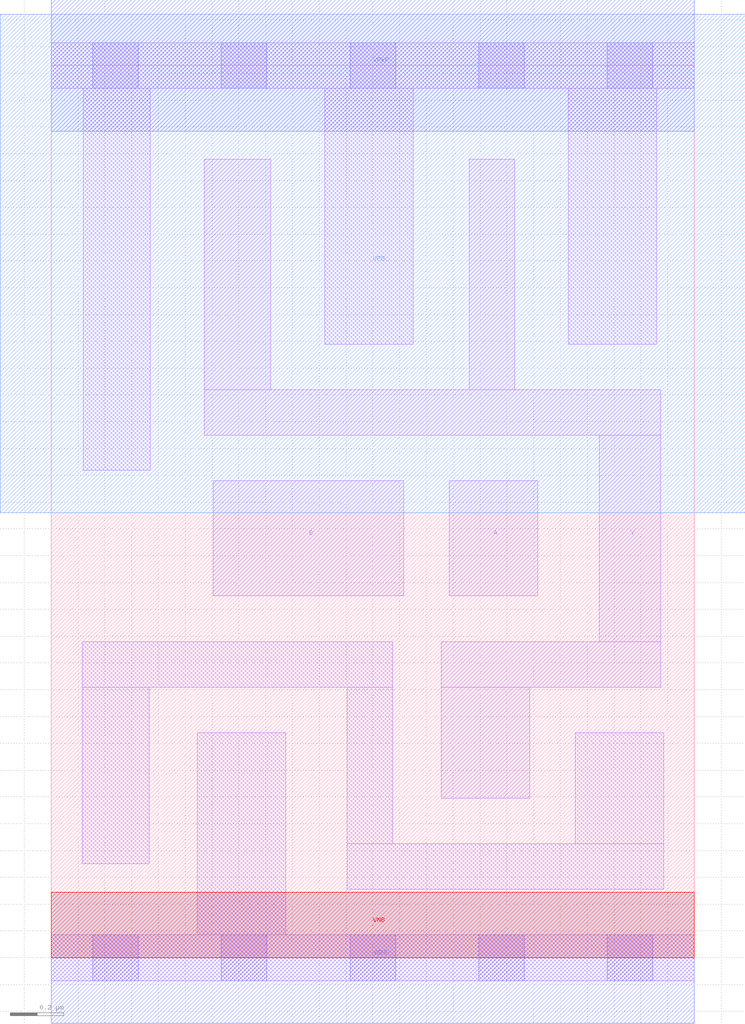
<source format=lef>
# Copyright 2020 The SkyWater PDK Authors
#
# Licensed under the Apache License, Version 2.0 (the "License");
# you may not use this file except in compliance with the License.
# You may obtain a copy of the License at
#
#     https://www.apache.org/licenses/LICENSE-2.0
#
# Unless required by applicable law or agreed to in writing, software
# distributed under the License is distributed on an "AS IS" BASIS,
# WITHOUT WARRANTIES OR CONDITIONS OF ANY KIND, either express or implied.
# See the License for the specific language governing permissions and
# limitations under the License.
#
# SPDX-License-Identifier: Apache-2.0

VERSION 5.7 ;
  NOWIREEXTENSIONATPIN ON ;
  DIVIDERCHAR "/" ;
  BUSBITCHARS "[]" ;
MACRO sky130_fd_sc_ls__nand2_2
  CLASS CORE ;
  FOREIGN sky130_fd_sc_ls__nand2_2 ;
  ORIGIN  0.000000  0.000000 ;
  SIZE  2.400000 BY  3.330000 ;
  SYMMETRY X Y ;
  SITE unit ;
  PIN A
    ANTENNAGATEAREA  0.558000 ;
    DIRECTION INPUT ;
    USE SIGNAL ;
    PORT
      LAYER li1 ;
        RECT 1.485000 1.350000 1.815000 1.780000 ;
    END
  END A
  PIN B
    ANTENNAGATEAREA  0.558000 ;
    DIRECTION INPUT ;
    USE SIGNAL ;
    PORT
      LAYER li1 ;
        RECT 0.605000 1.350000 1.315000 1.780000 ;
    END
  END B
  PIN Y
    ANTENNADIFFAREA  0.916200 ;
    DIRECTION OUTPUT ;
    USE SIGNAL ;
    PORT
      LAYER li1 ;
        RECT 0.570000 1.950000 2.275000 2.120000 ;
        RECT 0.570000 2.120000 0.820000 2.980000 ;
        RECT 1.455000 0.595000 1.785000 1.010000 ;
        RECT 1.455000 1.010000 2.275000 1.180000 ;
        RECT 1.560000 2.120000 1.730000 2.980000 ;
        RECT 2.045000 1.180000 2.275000 1.950000 ;
    END
  END Y
  PIN VGND
    DIRECTION INOUT ;
    SHAPE ABUTMENT ;
    USE GROUND ;
    PORT
      LAYER met1 ;
        RECT 0.000000 -0.245000 2.400000 0.245000 ;
    END
  END VGND
  PIN VNB
    DIRECTION INOUT ;
    USE GROUND ;
    PORT
      LAYER pwell ;
        RECT 0.000000 0.000000 2.400000 0.245000 ;
    END
  END VNB
  PIN VPB
    DIRECTION INOUT ;
    USE POWER ;
    PORT
      LAYER nwell ;
        RECT -0.190000 1.660000 2.590000 3.520000 ;
    END
  END VPB
  PIN VPWR
    DIRECTION INOUT ;
    SHAPE ABUTMENT ;
    USE POWER ;
    PORT
      LAYER met1 ;
        RECT 0.000000 3.085000 2.400000 3.575000 ;
    END
  END VPWR
  OBS
    LAYER li1 ;
      RECT 0.000000 -0.085000 2.400000 0.085000 ;
      RECT 0.000000  3.245000 2.400000 3.415000 ;
      RECT 0.115000  0.350000 0.365000 1.010000 ;
      RECT 0.115000  1.010000 1.275000 1.180000 ;
      RECT 0.120000  1.820000 0.370000 3.245000 ;
      RECT 0.545000  0.085000 0.875000 0.840000 ;
      RECT 1.020000  2.290000 1.350000 3.245000 ;
      RECT 1.105000  0.255000 2.285000 0.425000 ;
      RECT 1.105000  0.425000 1.275000 1.010000 ;
      RECT 1.930000  2.290000 2.260000 3.245000 ;
      RECT 1.955000  0.425000 2.285000 0.840000 ;
    LAYER mcon ;
      RECT 0.155000 -0.085000 0.325000 0.085000 ;
      RECT 0.155000  3.245000 0.325000 3.415000 ;
      RECT 0.635000 -0.085000 0.805000 0.085000 ;
      RECT 0.635000  3.245000 0.805000 3.415000 ;
      RECT 1.115000 -0.085000 1.285000 0.085000 ;
      RECT 1.115000  3.245000 1.285000 3.415000 ;
      RECT 1.595000 -0.085000 1.765000 0.085000 ;
      RECT 1.595000  3.245000 1.765000 3.415000 ;
      RECT 2.075000 -0.085000 2.245000 0.085000 ;
      RECT 2.075000  3.245000 2.245000 3.415000 ;
  END
END sky130_fd_sc_ls__nand2_2
END LIBRARY

</source>
